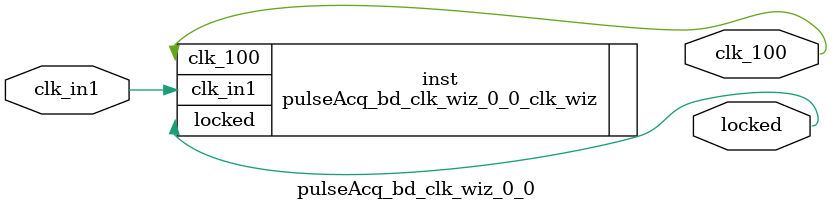
<source format=v>


`timescale 1ps/1ps

(* CORE_GENERATION_INFO = "pulseAcq_bd_clk_wiz_0_0,clk_wiz_v6_0_2_0_0,{component_name=pulseAcq_bd_clk_wiz_0_0,use_phase_alignment=true,use_min_o_jitter=false,use_max_i_jitter=false,use_dyn_phase_shift=false,use_inclk_switchover=false,use_dyn_reconfig=false,enable_axi=0,feedback_source=FDBK_AUTO,PRIMITIVE=MMCM,num_out_clk=1,clkin1_period=100.000,clkin2_period=10.0,use_power_down=false,use_reset=false,use_locked=true,use_inclk_stopped=false,feedback_type=SINGLE,CLOCK_MGR_TYPE=NA,manual_override=false}" *)

module pulseAcq_bd_clk_wiz_0_0 
 (
  // Clock out ports
  output        clk_100,
  // Status and control signals
  output        locked,
 // Clock in ports
  input         clk_in1
 );

  pulseAcq_bd_clk_wiz_0_0_clk_wiz inst
  (
  // Clock out ports  
  .clk_100(clk_100),
  // Status and control signals               
  .locked(locked),
 // Clock in ports
  .clk_in1(clk_in1)
  );

endmodule

</source>
